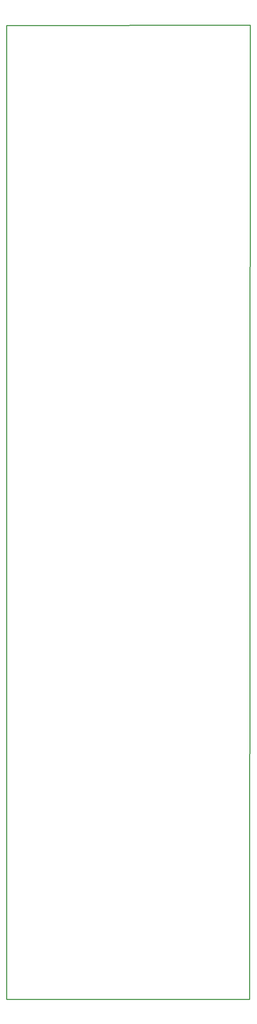
<source format=gko>
G04 Layer: BoardOutlineLayer*
G04 EasyEDA v6.5.22, 2022-11-17 17:56:15*
G04 bd1838edf7794fe9965007c2dd97f0f2,c41f2f61388c4f97afb2f396c9cd50e1,10*
G04 Gerber Generator version 0.2*
G04 Scale: 100 percent, Rotated: No, Reflected: No *
G04 Dimensions in inches *
G04 leading zeros omitted , absolute positions ,3 integer and 6 decimal *
%FSLAX36Y36*%
%MOIN*%

%ADD10C,0.0100*%
D10*
X393701Y9448824D02*
G01*
X2763780Y9452761D01*
X2755906Y0D01*
X1377953Y0D01*
X393701Y0D01*
X393701Y9448824D01*

%LPD*%
M02*

</source>
